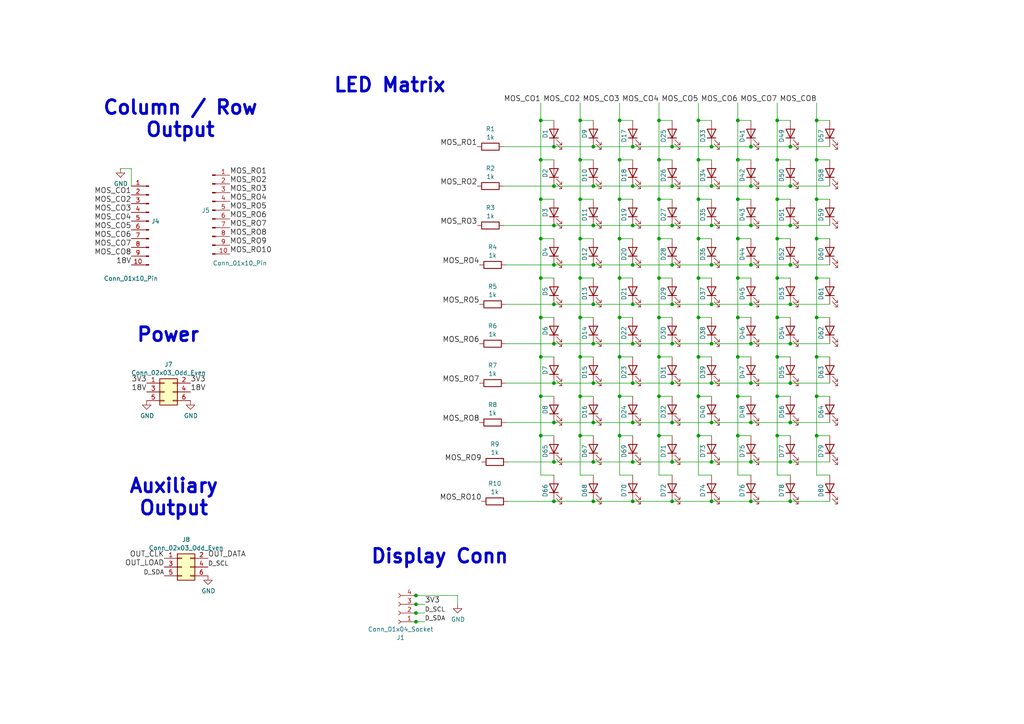
<source format=kicad_sch>
(kicad_sch (version 20231120) (generator "eeschema") (generator_version "8.0")
  (paper "A4")
  (title_block (title "Afterglow 3.0 Debug Hat") (rev "1.0") (company "bitfield labs"))
  (lib_symbols
    (symbol "Connector:Conn_01x04_Socket" (pin_names (offset 1.016) hide)
      (property "Reference" "J" (at 0 5.08 0))
      (property "Value" "Conn_01x04_Socket" (at 0 -7.62 0))
      (symbol "Conn_01x04_Socket_1_1"
        (pin passive line (at -5.08 2.54 0) (length 3.81) (name "Pin_1") (number "1"))
        (pin passive line (at -5.08 0 0) (length 3.81) (name "Pin_2") (number "2"))
        (pin passive line (at -5.08 -2.54 0) (length 3.81) (name "Pin_3") (number "3"))
        (pin passive line (at -5.08 -5.08 0) (length 3.81) (name "Pin_4") (number "4"))
      )
    )
    (symbol "Connector:Conn_01x10_Pin" (pin_names (offset 1.016) hide)
      (property "Reference" "J" (at 0 12.7 0))
      (property "Value" "Conn_01x10_Pin" (at 0 -15.24 0))
      (symbol "Conn_01x10_Pin_1_1"
        (pin passive line (at 5.08 10.16 180) (length 3.81) (name "Pin_1") (number "1"))
        (pin passive line (at 5.08 -12.7 180) (length 3.81) (name "Pin_10") (number "10"))
        (pin passive line (at 5.08 7.62 180) (length 3.81) (name "Pin_2") (number "2"))
        (pin passive line (at 5.08 5.08 180) (length 3.81) (name "Pin_3") (number "3"))
        (pin passive line (at 5.08 2.54 180) (length 3.81) (name "Pin_4") (number "4"))
        (pin passive line (at 5.08 0 180) (length 3.81) (name "Pin_5") (number "5"))
        (pin passive line (at 5.08 -2.54 180) (length 3.81) (name "Pin_6") (number "6"))
        (pin passive line (at 5.08 -5.08 180) (length 3.81) (name "Pin_7") (number "7"))
        (pin passive line (at 5.08 -7.62 180) (length 3.81) (name "Pin_8") (number "8"))
        (pin passive line (at 5.08 -10.16 180) (length 3.81) (name "Pin_9") (number "9"))
      )
    )
    (symbol "Connector_Generic:Conn_02x03_Odd_Even" (pin_names (offset 1.016) hide)
      (property "Reference" "J" (at 1.27 5.08 0))
      (property "Value" "Conn_02x03_Odd_Even" (at 1.27 -5.08 0))
      (symbol "Conn_02x03_Odd_Even_1_1"
        (pin passive line (at -5.08 2.54 0) (length 3.81) (name "Pin_1") (number "1"))
        (pin passive line (at 7.62 2.54 180) (length 3.81) (name "Pin_2") (number "2"))
        (pin passive line (at -5.08 0 0) (length 3.81) (name "Pin_3") (number "3"))
        (pin passive line (at 7.62 0 180) (length 3.81) (name "Pin_4") (number "4"))
        (pin passive line (at -5.08 -2.54 0) (length 3.81) (name "Pin_5") (number "5"))
        (pin passive line (at 7.62 -2.54 180) (length 3.81) (name "Pin_6") (number "6"))
      )
    )
    (symbol "Device:LED" (pin_numbers hide) (pin_names (offset 1.016) hide)
      (property "Reference" "D" (at 0 2.54 0))
      (property "Value" "LED" (at 0 -2.54 0))
      (symbol "LED_1_1"
        (pin passive line (at -3.81 0 0) (length 2.54) (name "K") (number "1"))
        (pin passive line (at 3.81 0 180) (length 2.54) (name "A") (number "2"))
      )
    )
    (symbol "Device:R" (pin_numbers hide) (pin_names (offset 0))
      (property "Reference" "R" (at 2.032 0 90))
      (property "Value" "R" (at 0 0 90))
      (symbol "R_1_1"
        (pin passive line (at 0 3.81 270) (length 1.27) (name "~") (number "1"))
        (pin passive line (at 0 -3.81 90) (length 1.27) (name "~") (number "2"))
      )
    )
    (symbol "power:GND" (power) (pin_names (offset 0))
      (property "Value" "GND" (at 0 -3.81 0))
      (symbol "GND_1_1"
        (pin power_in line (at 0 0 270) (length 0) hide (name "GND") (number "1"))
      )
    )
  )
  (junction (at 168.275 80.645))
  (junction (at 206.375 99.695))
  (junction (at 160.655 133.985))
  (junction (at 206.375 111.125))
  (junction (at 191.135 114.935))
  (junction (at 229.235 65.405))
  (junction (at 120.65 172.72))
  (junction (at 156.845 80.645))
  (junction (at 229.235 111.125))
  (junction (at 191.135 46.355))
  (junction (at 229.235 122.555))
  (junction (at 160.655 65.405))
  (junction (at 202.565 114.935))
  (junction (at 225.425 126.365))
  (junction (at 168.275 92.075))
  (junction (at 172.085 122.555))
  (junction (at 172.085 88.265))
  (junction (at 179.705 114.935))
  (junction (at 225.425 34.925))
  (junction (at 172.085 42.545))
  (junction (at 172.085 53.975))
  (junction (at 213.995 46.355))
  (junction (at 191.135 92.075))
  (junction (at 183.515 76.835))
  (junction (at 202.565 34.925))
  (junction (at 120.65 175.26))
  (junction (at 172.085 133.985))
  (junction (at 213.995 103.505))
  (junction (at 206.375 122.555))
  (junction (at 168.275 114.935))
  (junction (at 191.135 57.785))
  (junction (at 179.705 69.215))
  (junction (at 160.655 122.555))
  (junction (at 172.085 111.125))
  (junction (at 172.085 145.415))
  (junction (at 160.655 99.695))
  (junction (at 213.995 57.785))
  (junction (at 183.515 122.555))
  (junction (at 160.655 88.265))
  (junction (at 202.565 103.505))
  (junction (at 156.845 103.505))
  (junction (at 168.275 103.505))
  (junction (at 217.805 53.975))
  (junction (at 183.515 42.545))
  (junction (at 236.855 114.935))
  (junction (at 191.135 69.215))
  (junction (at 194.945 76.835))
  (junction (at 217.805 122.555))
  (junction (at 156.845 57.785))
  (junction (at 236.855 69.215))
  (junction (at 213.995 126.365))
  (junction (at 120.65 177.8))
  (junction (at 225.425 80.645))
  (junction (at 160.655 76.835))
  (junction (at 236.855 57.785))
  (junction (at 236.855 46.355))
  (junction (at 160.655 42.545))
  (junction (at 183.515 65.405))
  (junction (at 194.945 88.265))
  (junction (at 225.425 46.355))
  (junction (at 160.655 145.415))
  (junction (at 194.945 99.695))
  (junction (at 194.945 122.555))
  (junction (at 202.565 80.645))
  (junction (at 168.275 34.925))
  (junction (at 179.705 34.925))
  (junction (at 217.805 88.265))
  (junction (at 229.235 76.835))
  (junction (at 183.515 145.415))
  (junction (at 225.425 114.935))
  (junction (at 225.425 69.215))
  (junction (at 191.135 34.925))
  (junction (at 202.565 126.365))
  (junction (at 194.945 145.415))
  (junction (at 225.425 57.785))
  (junction (at 168.275 69.215))
  (junction (at 179.705 57.785))
  (junction (at 160.655 111.125))
  (junction (at 229.235 133.985))
  (junction (at 191.135 103.505))
  (junction (at 156.845 92.075))
  (junction (at 236.855 34.925))
  (junction (at 213.995 69.215))
  (junction (at 202.565 57.785))
  (junction (at 206.375 145.415))
  (junction (at 179.705 126.365))
  (junction (at 217.805 145.415))
  (junction (at 236.855 80.645))
  (junction (at 225.425 103.505))
  (junction (at 183.515 99.695))
  (junction (at 206.375 42.545))
  (junction (at 194.945 111.125))
  (junction (at 191.135 80.645))
  (junction (at 213.995 80.645))
  (junction (at 202.565 92.075))
  (junction (at 217.805 76.835))
  (junction (at 206.375 53.975))
  (junction (at 229.235 53.975))
  (junction (at 217.805 133.985))
  (junction (at 206.375 76.835))
  (junction (at 213.995 34.925))
  (junction (at 229.235 42.545))
  (junction (at 206.375 133.985))
  (junction (at 194.945 53.975))
  (junction (at 217.805 111.125))
  (junction (at 179.705 46.355))
  (junction (at 217.805 65.405))
  (junction (at 179.705 80.645))
  (junction (at 194.945 42.545))
  (junction (at 183.515 53.975))
  (junction (at 172.085 99.695))
  (junction (at 156.845 34.925))
  (junction (at 202.565 69.215))
  (junction (at 156.845 69.215))
  (junction (at 168.275 46.355))
  (junction (at 225.425 92.075))
  (junction (at 202.565 46.355))
  (junction (at 206.375 88.265))
  (junction (at 217.805 42.545))
  (junction (at 183.515 88.265))
  (junction (at 120.65 180.34))
  (junction (at 156.845 114.935))
  (junction (at 191.135 126.365))
  (junction (at 168.275 57.785))
  (junction (at 236.855 103.505))
  (junction (at 172.085 76.835))
  (junction (at 213.995 92.075))
  (junction (at 156.845 46.355))
  (junction (at 183.515 111.125))
  (junction (at 213.995 114.935))
  (junction (at 217.805 99.695))
  (junction (at 229.235 88.265))
  (junction (at 229.235 145.415))
  (junction (at 194.945 133.985))
  (junction (at 236.855 126.365))
  (junction (at 206.375 65.405))
  (junction (at 156.845 126.365))
  (junction (at 179.705 103.505))
  (junction (at 168.275 126.365))
  (junction (at 194.945 65.405))
  (junction (at 160.655 53.975))
  (junction (at 172.085 65.405))
  (junction (at 179.705 92.075))
  (junction (at 229.235 99.695))
  (junction (at 183.515 133.985))
  (junction (at 236.855 92.075))
  (wire (pts (xy 120.015 175.26) (xy 120.65 175.26)))
  (wire (pts (xy 179.705 57.785) (xy 179.705 69.215)))
  (wire (pts (xy 213.995 92.075) (xy 217.805 92.075)))
  (wire (pts (xy 217.805 46.355) (xy 213.995 46.355)))
  (wire (pts (xy 236.855 92.075) (xy 240.665 92.075)))
  (wire (pts (xy 206.375 88.265) (xy 194.945 88.265)))
  (wire (pts (xy 206.375 76.835) (xy 194.945 76.835)))
  (wire (pts (xy 179.705 114.935) (xy 179.705 126.365)))
  (wire (pts (xy 202.565 114.935) (xy 202.565 126.365)))
  (wire (pts (xy 191.135 46.355) (xy 191.135 57.785)))
  (wire (pts (xy 240.665 65.405) (xy 229.235 65.405)))
  (wire (pts (xy 146.05 42.545) (xy 160.655 42.545)))
  (wire (pts (xy 172.085 122.555) (xy 160.655 122.555)))
  (wire (pts (xy 179.705 80.645) (xy 179.705 92.075)))
  (wire (pts (xy 194.945 92.075) (xy 191.135 92.075)))
  (wire (pts (xy 120.015 177.8) (xy 120.65 177.8)))
  (wire (pts (xy 240.665 145.415) (xy 229.235 145.415)))
  (wire (pts (xy 179.705 29.845) (xy 179.705 34.925)))
  (wire (pts (xy 194.945 122.555) (xy 183.515 122.555)))
  (wire (pts (xy 225.425 57.785) (xy 225.425 69.215)))
  (wire (pts (xy 229.235 145.415) (xy 217.805 145.415)))
  (wire (pts (xy 217.805 80.645) (xy 213.995 80.645)))
  (wire (pts (xy 240.665 133.985) (xy 229.235 133.985)))
  (wire (pts (xy 202.565 92.075) (xy 202.565 103.505)))
  (wire (pts (xy 183.515 80.645) (xy 179.705 80.645)))
  (wire (pts (xy 229.235 80.645) (xy 225.425 80.645)))
  (wire (pts (xy 183.515 99.695) (xy 172.085 99.695)))
  (wire (pts (xy 213.995 114.935) (xy 213.995 126.365)))
  (wire (pts (xy 206.375 126.365) (xy 202.565 126.365)))
  (wire (pts (xy 172.085 99.695) (xy 160.655 99.695)))
  (wire (pts (xy 240.665 111.125) (xy 229.235 111.125)))
  (wire (pts (xy 191.135 80.645) (xy 194.945 80.645)))
  (wire (pts (xy 217.805 99.695) (xy 206.375 99.695)))
  (wire (pts (xy 38.1 48.895) (xy 34.925 48.895)))
  (wire (pts (xy 225.425 92.075) (xy 225.425 103.505)))
  (wire (pts (xy 156.845 114.935) (xy 160.655 114.935)))
  (wire (pts (xy 146.685 88.265) (xy 160.655 88.265)))
  (wire (pts (xy 179.705 103.505) (xy 183.515 103.505)))
  (wire (pts (xy 225.425 114.935) (xy 229.235 114.935)))
  (wire (pts (xy 236.855 126.365) (xy 236.855 137.795)))
  (wire (pts (xy 191.135 29.845) (xy 191.135 34.925)))
  (wire (pts (xy 168.275 126.365) (xy 168.275 137.795)))
  (wire (pts (xy 38.1 53.975) (xy 38.1 48.895)))
  (wire (pts (xy 172.085 34.925) (xy 168.275 34.925)))
  (wire (pts (xy 229.235 133.985) (xy 217.805 133.985)))
  (wire (pts (xy 229.235 126.365) (xy 225.425 126.365)))
  (wire (pts (xy 194.945 53.975) (xy 183.515 53.975)))
  (wire (pts (xy 225.425 137.795) (xy 229.235 137.795)))
  (wire (pts (xy 202.565 137.795) (xy 206.375 137.795)))
  (wire (pts (xy 156.845 57.785) (xy 156.845 69.215)))
  (wire (pts (xy 168.275 92.075) (xy 172.085 92.075)))
  (wire (pts (xy 213.995 34.925) (xy 217.805 34.925)))
  (wire (pts (xy 147.32 145.415) (xy 160.655 145.415)))
  (wire (pts (xy 179.705 126.365) (xy 183.515 126.365)))
  (wire (pts (xy 172.085 42.545) (xy 160.655 42.545)))
  (wire (pts (xy 168.275 69.215) (xy 172.085 69.215)))
  (wire (pts (xy 191.135 114.935) (xy 194.945 114.935)))
  (wire (pts (xy 179.705 92.075) (xy 183.515 92.075)))
  (wire (pts (xy 206.375 133.985) (xy 194.945 133.985)))
  (wire (pts (xy 191.135 46.355) (xy 194.945 46.355)))
  (wire (pts (xy 172.085 76.835) (xy 160.655 76.835)))
  (wire (pts (xy 206.375 53.975) (xy 194.945 53.975)))
  (wire (pts (xy 236.855 92.075) (xy 236.855 103.505)))
  (wire (pts (xy 236.855 29.845) (xy 236.855 34.925)))
  (wire (pts (xy 179.705 34.925) (xy 179.705 46.355)))
  (wire (pts (xy 183.515 53.975) (xy 172.085 53.975)))
  (wire (pts (xy 168.275 34.925) (xy 168.275 46.355)))
  (wire (pts (xy 191.135 126.365) (xy 191.135 137.795)))
  (wire (pts (xy 213.995 46.355) (xy 213.995 57.785)))
  (wire (pts (xy 179.705 92.075) (xy 179.705 103.505)))
  (wire (pts (xy 202.565 103.505) (xy 202.565 114.935)))
  (wire (pts (xy 202.565 92.075) (xy 206.375 92.075)))
  (wire (pts (xy 240.665 76.835) (xy 229.235 76.835)))
  (wire (pts (xy 213.995 114.935) (xy 217.805 114.935)))
  (wire (pts (xy 172.085 103.505) (xy 168.275 103.505)))
  (wire (pts (xy 183.515 111.125) (xy 172.085 111.125)))
  (wire (pts (xy 202.565 69.215) (xy 206.375 69.215)))
  (wire (pts (xy 191.135 80.645) (xy 191.135 92.075)))
  (wire (pts (xy 225.425 46.355) (xy 229.235 46.355)))
  (wire (pts (xy 202.565 57.785) (xy 202.565 69.215)))
  (wire (pts (xy 156.845 126.365) (xy 156.845 137.795)))
  (wire (pts (xy 202.565 126.365) (xy 202.565 137.795)))
  (wire (pts (xy 206.375 57.785) (xy 202.565 57.785)))
  (wire (pts (xy 146.05 53.975) (xy 160.655 53.975)))
  (wire (pts (xy 168.275 137.795) (xy 172.085 137.795)))
  (wire (pts (xy 183.515 42.545) (xy 172.085 42.545)))
  (wire (pts (xy 194.945 88.265) (xy 183.515 88.265)))
  (wire (pts (xy 120.015 172.72) (xy 120.65 172.72)))
  (wire (pts (xy 194.945 57.785) (xy 191.135 57.785)))
  (wire (pts (xy 183.515 145.415) (xy 172.085 145.415)))
  (wire (pts (xy 240.665 126.365) (xy 236.855 126.365)))
  (wire (pts (xy 194.945 133.985) (xy 183.515 133.985)))
  (wire (pts (xy 172.085 126.365) (xy 168.275 126.365)))
  (wire (pts (xy 217.805 88.265) (xy 206.375 88.265)))
  (wire (pts (xy 217.805 53.975) (xy 206.375 53.975)))
  (wire (pts (xy 156.845 114.935) (xy 156.845 126.365)))
  (wire (pts (xy 172.085 57.785) (xy 168.275 57.785)))
  (wire (pts (xy 147.32 133.985) (xy 160.655 133.985)))
  (wire (pts (xy 236.855 46.355) (xy 240.665 46.355)))
  (wire (pts (xy 191.135 69.215) (xy 191.135 80.645)))
  (wire (pts (xy 206.375 34.925) (xy 202.565 34.925)))
  (wire (pts (xy 160.655 126.365) (xy 156.845 126.365)))
  (wire (pts (xy 183.515 122.555) (xy 172.085 122.555)))
  (wire (pts (xy 229.235 57.785) (xy 225.425 57.785)))
  (wire (pts (xy 191.135 137.795) (xy 194.945 137.795)))
  (wire (pts (xy 120.65 180.34) (xy 123.19 180.34)))
  (wire (pts (xy 168.275 92.075) (xy 168.275 103.505)))
  (wire (pts (xy 202.565 34.925) (xy 202.565 46.355)))
  (wire (pts (xy 146.685 122.555) (xy 160.655 122.555)))
  (wire (pts (xy 217.805 76.835) (xy 206.375 76.835)))
  (wire (pts (xy 191.135 92.075) (xy 191.135 103.505)))
  (wire (pts (xy 146.685 76.835) (xy 160.655 76.835)))
  (wire (pts (xy 120.65 177.8) (xy 123.19 177.8)))
  (wire (pts (xy 217.805 133.985) (xy 206.375 133.985)))
  (wire (pts (xy 183.515 57.785) (xy 179.705 57.785)))
  (wire (pts (xy 172.085 80.645) (xy 168.275 80.645)))
  (wire (pts (xy 240.665 88.265) (xy 229.235 88.265)))
  (wire (pts (xy 156.845 137.795) (xy 160.655 137.795)))
  (wire (pts (xy 194.945 99.695) (xy 183.515 99.695)))
  (wire (pts (xy 172.085 88.265) (xy 160.655 88.265)))
  (wire (pts (xy 132.715 172.72) (xy 132.715 175.26)))
  (wire (pts (xy 236.855 80.645) (xy 236.855 92.075)))
  (wire (pts (xy 168.275 46.355) (xy 168.275 57.785)))
  (wire (pts (xy 236.855 103.505) (xy 236.855 114.935)))
  (wire (pts (xy 191.135 57.785) (xy 191.135 69.215)))
  (wire (pts (xy 160.655 57.785) (xy 156.845 57.785)))
  (wire (pts (xy 202.565 29.845) (xy 202.565 34.925)))
  (wire (pts (xy 225.425 34.925) (xy 229.235 34.925)))
  (wire (pts (xy 179.705 114.935) (xy 183.515 114.935)))
  (wire (pts (xy 225.425 80.645) (xy 225.425 92.075)))
  (wire (pts (xy 156.845 92.075) (xy 156.845 103.505)))
  (wire (pts (xy 225.425 69.215) (xy 229.235 69.215)))
  (wire (pts (xy 168.275 57.785) (xy 168.275 69.215)))
  (wire (pts (xy 206.375 99.695) (xy 194.945 99.695)))
  (wire (pts (xy 168.275 29.845) (xy 168.275 34.925)))
  (wire (pts (xy 179.705 103.505) (xy 179.705 114.935)))
  (wire (pts (xy 213.995 126.365) (xy 213.995 137.795)))
  (wire (pts (xy 217.805 126.365) (xy 213.995 126.365)))
  (wire (pts (xy 229.235 103.505) (xy 225.425 103.505)))
  (wire (pts (xy 206.375 122.555) (xy 194.945 122.555)))
  (wire (pts (xy 217.805 57.785) (xy 213.995 57.785)))
  (wire (pts (xy 240.665 103.505) (xy 236.855 103.505)))
  (wire (pts (xy 206.375 103.505) (xy 202.565 103.505)))
  (wire (pts (xy 194.945 145.415) (xy 183.515 145.415)))
  (wire (pts (xy 225.425 29.845) (xy 225.425 34.925)))
  (wire (pts (xy 191.135 103.505) (xy 191.135 114.935)))
  (wire (pts (xy 179.705 126.365) (xy 179.705 137.795)))
  (wire (pts (xy 156.845 46.355) (xy 160.655 46.355)))
  (wire (pts (xy 240.665 53.975) (xy 229.235 53.975)))
  (wire (pts (xy 156.845 29.845) (xy 156.845 34.925)))
  (wire (pts (xy 240.665 122.555) (xy 229.235 122.555)))
  (wire (pts (xy 156.845 46.355) (xy 156.845 57.785)))
  (wire (pts (xy 168.275 46.355) (xy 172.085 46.355)))
  (wire (pts (xy 194.945 69.215) (xy 191.135 69.215)))
  (wire (pts (xy 183.515 88.265) (xy 172.085 88.265)))
  (wire (pts (xy 213.995 92.075) (xy 213.995 103.505)))
  (wire (pts (xy 236.855 137.795) (xy 240.665 137.795)))
  (wire (pts (xy 194.945 65.405) (xy 183.515 65.405)))
  (wire (pts (xy 240.665 57.785) (xy 236.855 57.785)))
  (wire (pts (xy 194.945 76.835) (xy 183.515 76.835)))
  (wire (pts (xy 172.085 111.125) (xy 160.655 111.125)))
  (wire (pts (xy 229.235 111.125) (xy 217.805 111.125)))
  (wire (pts (xy 179.705 137.795) (xy 183.515 137.795)))
  (wire (pts (xy 156.845 69.215) (xy 156.845 80.645)))
  (wire (pts (xy 236.855 46.355) (xy 236.855 57.785)))
  (wire (pts (xy 120.65 172.72) (xy 132.715 172.72)))
  (wire (pts (xy 217.805 65.405) (xy 206.375 65.405)))
  (wire (pts (xy 225.425 34.925) (xy 225.425 46.355)))
  (wire (pts (xy 225.425 103.505) (xy 225.425 114.935)))
  (wire (pts (xy 172.085 133.985) (xy 160.655 133.985)))
  (wire (pts (xy 179.705 69.215) (xy 183.515 69.215)))
  (wire (pts (xy 120.65 175.26) (xy 123.19 175.26)))
  (wire (pts (xy 168.275 69.215) (xy 168.275 80.645)))
  (wire (pts (xy 156.845 34.925) (xy 160.655 34.925)))
  (wire (pts (xy 172.085 65.405) (xy 160.655 65.405)))
  (wire (pts (xy 146.685 99.695) (xy 160.655 99.695)))
  (wire (pts (xy 217.805 42.545) (xy 206.375 42.545)))
  (wire (pts (xy 225.425 114.935) (xy 225.425 126.365)))
  (wire (pts (xy 156.845 80.645) (xy 156.845 92.075)))
  (wire (pts (xy 156.845 34.925) (xy 156.845 46.355)))
  (wire (pts (xy 229.235 65.405) (xy 217.805 65.405)))
  (wire (pts (xy 120.015 180.34) (xy 120.65 180.34)))
  (wire (pts (xy 206.375 42.545) (xy 194.945 42.545)))
  (wire (pts (xy 179.705 69.215) (xy 179.705 80.645)))
  (wire (pts (xy 229.235 88.265) (xy 217.805 88.265)))
  (wire (pts (xy 229.235 99.695) (xy 217.805 99.695)))
  (wire (pts (xy 172.085 53.975) (xy 160.655 53.975)))
  (wire (pts (xy 194.945 42.545) (xy 183.515 42.545)))
  (wire (pts (xy 240.665 80.645) (xy 236.855 80.645)))
  (wire (pts (xy 240.665 99.695) (xy 229.235 99.695)))
  (wire (pts (xy 194.945 103.505) (xy 191.135 103.505)))
  (wire (pts (xy 213.995 69.215) (xy 217.805 69.215)))
  (wire (pts (xy 229.235 42.545) (xy 217.805 42.545)))
  (wire (pts (xy 225.425 126.365) (xy 225.425 137.795)))
  (wire (pts (xy 146.685 111.125) (xy 160.655 111.125)))
  (wire (pts (xy 236.855 114.935) (xy 236.855 126.365)))
  (wire (pts (xy 206.375 111.125) (xy 194.945 111.125)))
  (wire (pts (xy 168.275 114.935) (xy 168.275 126.365)))
  (wire (pts (xy 168.275 114.935) (xy 172.085 114.935)))
  (wire (pts (xy 213.995 29.845) (xy 213.995 34.925)))
  (wire (pts (xy 183.515 34.925) (xy 179.705 34.925)))
  (wire (pts (xy 206.375 145.415) (xy 194.945 145.415)))
  (wire (pts (xy 213.995 80.645) (xy 213.995 92.075)))
  (wire (pts (xy 168.275 103.505) (xy 168.275 114.935)))
  (wire (pts (xy 194.945 126.365) (xy 191.135 126.365)))
  (wire (pts (xy 240.665 34.925) (xy 236.855 34.925)))
  (wire (pts (xy 202.565 69.215) (xy 202.565 80.645)))
  (wire (pts (xy 146.05 65.405) (xy 160.655 65.405)))
  (wire (pts (xy 213.995 69.215) (xy 213.995 80.645)))
  (wire (pts (xy 217.805 111.125) (xy 206.375 111.125)))
  (wire (pts (xy 213.995 57.785) (xy 213.995 69.215)))
  (wire (pts (xy 236.855 57.785) (xy 236.855 69.215)))
  (wire (pts (xy 217.805 103.505) (xy 213.995 103.505)))
  (wire (pts (xy 206.375 65.405) (xy 194.945 65.405)))
  (wire (pts (xy 183.515 133.985) (xy 172.085 133.985)))
  (wire (pts (xy 183.515 65.405) (xy 172.085 65.405)))
  (wire (pts (xy 191.135 114.935) (xy 191.135 126.365)))
  (wire (pts (xy 225.425 69.215) (xy 225.425 80.645)))
  (wire (pts (xy 168.275 80.645) (xy 168.275 92.075)))
  (wire (pts (xy 202.565 46.355) (xy 206.375 46.355)))
  (wire (pts (xy 202.565 46.355) (xy 202.565 57.785)))
  (wire (pts (xy 213.995 137.795) (xy 217.805 137.795)))
  (wire (pts (xy 179.705 46.355) (xy 179.705 57.785)))
  (wire (pts (xy 225.425 92.075) (xy 229.235 92.075)))
  (wire (pts (xy 229.235 122.555) (xy 217.805 122.555)))
  (wire (pts (xy 240.665 42.545) (xy 229.235 42.545)))
  (wire (pts (xy 236.855 69.215) (xy 240.665 69.215)))
  (wire (pts (xy 229.235 53.975) (xy 217.805 53.975)))
  (wire (pts (xy 202.565 114.935) (xy 206.375 114.935)))
  (wire (pts (xy 156.845 92.075) (xy 160.655 92.075)))
  (wire (pts (xy 217.805 122.555) (xy 206.375 122.555)))
  (wire (pts (xy 191.135 34.925) (xy 194.945 34.925)))
  (wire (pts (xy 160.655 80.645) (xy 156.845 80.645)))
  (wire (pts (xy 236.855 69.215) (xy 236.855 80.645)))
  (wire (pts (xy 236.855 114.935) (xy 240.665 114.935)))
  (wire (pts (xy 225.425 46.355) (xy 225.425 57.785)))
  (wire (pts (xy 194.945 111.125) (xy 183.515 111.125)))
  (wire (pts (xy 179.705 46.355) (xy 183.515 46.355)))
  (wire (pts (xy 191.135 34.925) (xy 191.135 46.355)))
  (wire (pts (xy 206.375 80.645) (xy 202.565 80.645)))
  (wire (pts (xy 156.845 69.215) (xy 160.655 69.215)))
  (wire (pts (xy 160.655 103.505) (xy 156.845 103.505)))
  (wire (pts (xy 229.235 76.835) (xy 217.805 76.835)))
  (wire (pts (xy 213.995 34.925) (xy 213.995 46.355)))
  (wire (pts (xy 172.085 145.415) (xy 160.655 145.415)))
  (wire (pts (xy 236.855 34.925) (xy 236.855 46.355)))
  (wire (pts (xy 156.845 103.505) (xy 156.845 114.935)))
  (wire (pts (xy 213.995 103.505) (xy 213.995 114.935)))
  (wire (pts (xy 183.515 76.835) (xy 172.085 76.835)))
  (wire (pts (xy 217.805 145.415) (xy 206.375 145.415)))
  (wire (pts (xy 202.565 80.645) (xy 202.565 92.075)))
  (text "Auxiliary\nOutput" (at 50.419 149.86 0) (effects (font (size 4 4) (thickness 0.8) (bold yes)) (justify bottom)))
  (text "Column / Row\nOutput" (at 52.324 40.132 0) (effects (font (size 4 4) (thickness 0.8) (bold yes)) (justify bottom)))
  (text "Power" (at 48.768 99.568 0) (effects (font (size 4 4) (thickness 0.8) (bold yes)) (justify bottom)))
  (text "Display Conn" (at 107.315 163.83 0) (effects (font (size 4 4) (thickness 0.8) (bold yes)) (justify left bottom)))
  (text "LED Matrix" (at 96.52 27.178 0) (effects (font (size 4 4) (thickness 0.8) (bold yes)) (justify left bottom)))
  (label "MOS_RO1" (at 138.43 42.545 180) (effects (font (size 1.524 1.524))))
  (label "MOS_CO4" (at 38.1 64.135 180) (effects (font (size 1.524 1.524))))
  (label "MOS_CO1" (at 156.845 29.845 180) (effects (font (size 1.524 1.524))))
  (label "MOS_RO2" (at 66.675 53.34 0) (effects (font (size 1.524 1.524))))
  (label "MOS_RO9" (at 139.7 133.985 180) (effects (font (size 1.524 1.524))))
  (label "MOS_CO3" (at 179.705 29.845 180) (effects (font (size 1.524 1.524))))
  (label "MOS_RO7" (at 66.675 66.04 0) (effects (font (size 1.524 1.524))))
  (label "OUT_CLK" (at 47.625 161.925 180) (effects (font (size 1.524 1.524))))
  (label "MOS_CO8" (at 38.1 74.295 180) (effects (font (size 1.524 1.524))))
  (label "OUT_DATA" (at 60.325 161.925 0) (effects (font (size 1.524 1.524))))
  (label "MOS_CO5" (at 38.1 66.675 180) (effects (font (size 1.524 1.524))))
  (label "MOS_RO10" (at 66.675 73.66 0) (effects (font (size 1.524 1.524))))
  (label "MOS_RO5" (at 139.065 88.265 180) (effects (font (size 1.524 1.524))))
  (label "MOS_CO7" (at 38.1 71.755 180) (effects (font (size 1.524 1.524))))
  (label "MOS_CO4" (at 191.135 29.845 180) (effects (font (size 1.524 1.524))))
  (label "MOS_CO8" (at 236.855 29.845 180) (effects (font (size 1.524 1.524))))
  (label "MOS_RO6" (at 139.065 99.695 180) (effects (font (size 1.524 1.524))))
  (label "MOS_RO6" (at 66.675 63.5 0) (effects (font (size 1.524 1.524))))
  (label "MOS_RO3" (at 66.675 55.88 0) (effects (font (size 1.524 1.524))))
  (label "MOS_RO4" (at 66.675 58.42 0) (effects (font (size 1.524 1.524))))
  (label "MOS_RO8" (at 139.065 122.555 180) (effects (font (size 1.524 1.524))))
  (label "D_SCL" (at 123.19 177.8 0))
  (label "MOS_CO2" (at 38.1 59.055 180) (effects (font (size 1.524 1.524))))
  (label "D_SCL" (at 60.325 164.465 0))
  (label "MOS_CO1" (at 38.1 56.515 180) (effects (font (size 1.524 1.524))))
  (label "MOS_RO4" (at 139.065 76.835 180) (effects (font (size 1.524 1.524))))
  (label "MOS_CO2" (at 168.275 29.845 180) (effects (font (size 1.524 1.524))))
  (label "D_SDA" (at 47.625 167.005 180))
  (label "MOS_RO2" (at 138.43 53.975 180) (effects (font (size 1.524 1.524))))
  (label "D_SDA" (at 123.19 180.34 0))
  (label "MOS_RO3" (at 138.43 65.405 180) (effects (font (size 1.524 1.524))))
  (label "MOS_RO5" (at 66.675 60.96 0) (effects (font (size 1.524 1.524))))
  (label "OUT_LOAD" (at 47.625 164.465 180) (effects (font (size 1.524 1.524))))
  (label "MOS_CO7" (at 225.425 29.845 180) (effects (font (size 1.524 1.524))))
  (label "18V" (at 42.545 113.665 180) (effects (font (size 1.524 1.524))))
  (label "3V3" (at 123.19 175.26 0) (effects (font (size 1.524 1.524))))
  (label "MOS_RO1" (at 66.675 50.8 0) (effects (font (size 1.524 1.524))))
  (label "MOS_RO7" (at 139.065 111.125 180) (effects (font (size 1.524 1.524))))
  (label "MOS_CO3" (at 38.1 61.595 180) (effects (font (size 1.524 1.524))))
  (label "MOS_CO5" (at 202.565 29.845 180) (effects (font (size 1.524 1.524))))
  (label "MOS_RO8" (at 66.675 68.58 0) (effects (font (size 1.524 1.524))))
  (label "MOS_CO6" (at 38.1 69.215 180) (effects (font (size 1.524 1.524))))
  (label "3V3" (at 42.545 111.125 180) (effects (font (size 1.524 1.524))))
  (label "MOS_RO10" (at 139.7 145.415 180) (effects (font (size 1.524 1.524))))
  (label "MOS_RO9" (at 66.675 71.12 0) (effects (font (size 1.524 1.524))))
  (label "MOS_CO6" (at 213.995 29.845 180) (effects (font (size 1.524 1.524))))
  (label "18V" (at 55.245 113.665 0) (effects (font (size 1.524 1.524))))
  (label "18V" (at 38.1 76.835 180) (effects (font (size 1.524 1.524))))
  (label "3V3" (at 55.245 111.125 0) (effects (font (size 1.524 1.524))))
  (symbol (lib_id "Device:LED") (at 194.945 107.315 90) (unit 1)
    (property "Reference" "D31" (at 192.405 106.045 0) (effects (justify right)))
    (property "Value" "LED_B" (effects (hide yes)))
    (property "Footprint" "LED_SMD:LED_0805_2012Metric" (effects (hide yes)))
    (property "LCSC" "C434437" (effects (hide yes)))
  )
  (symbol (lib_id "Device:LED") (at 229.235 73.025 90) (unit 1)
    (property "Reference" "D52" (at 226.695 71.755 0) (effects (justify right)))
    (property "Value" "LED_B" (effects (hide yes)))
    (property "Footprint" "LED_SMD:LED_0805_2012Metric" (effects (hide yes)))
    (property "LCSC" "C434437" (effects (hide yes)))
  )
  (symbol (lib_id "Device:LED") (at 206.375 130.175 90) (unit 1)
    (property "Reference" "D73" (at 203.835 128.905 0) (effects (justify right)))
    (property "Value" "LED_W" (effects (hide yes)))
    (property "Footprint" "LED_SMD:LED_0805_2012Metric" (effects (hide yes)))
    (property "LCSC" "C434437" (effects (hide yes)))
  )
  (symbol (lib_id "Device:LED") (at 183.515 50.165 90) (unit 1)
    (property "Reference" "D18" (at 180.975 48.895 0) (effects (justify right)))
    (property "Value" "LED_Y" (effects (hide yes)))
    (property "Footprint" "LED_SMD:LED_0805_2012Metric" (effects (hide yes)))
    (property "LCSC" "C434437" (effects (hide yes)))
  )
  (symbol (lib_id "Device:LED") (at 194.945 61.595 90) (unit 1)
    (property "Reference" "D27" (at 192.405 60.325 0) (effects (justify right)))
    (property "Value" "LED_B" (effects (hide yes)))
    (property "Footprint" "LED_SMD:LED_0805_2012Metric" (effects (hide yes)))
    (property "LCSC" "C434437" (effects (hide yes)))
  )
  (symbol (lib_id "Device:LED") (at 240.665 73.025 90) (unit 1)
    (property "Reference" "D60" (at 238.125 71.755 0) (effects (justify right)))
    (property "Value" "LED_B" (effects (hide yes)))
    (property "Footprint" "LED_SMD:LED_0805_2012Metric" (effects (hide yes)))
    (property "LCSC" "C434437" (effects (hide yes)))
  )
  (symbol (lib_id "Device:LED") (at 229.235 95.885 90) (unit 1)
    (property "Reference" "D54" (at 226.695 94.615 0) (effects (justify right)))
    (property "Value" "LED_O" (effects (hide yes)))
    (property "Footprint" "LED_SMD:LED_0805_2012Metric" (effects (hide yes)))
    (property "LCSC" "C434437" (effects (hide yes)))
  )
  (symbol (lib_id "Device:LED") (at 240.665 95.885 90) (unit 1)
    (property "Reference" "D62" (at 238.125 94.615 0) (effects (justify right)))
    (property "Value" "LED_Y" (effects (hide yes)))
    (property "Footprint" "LED_SMD:LED_0805_2012Metric" (effects (hide yes)))
    (property "LCSC" "C434437" (effects (hide yes)))
  )
  (symbol (lib_id "Device:LED") (at 217.805 130.175 90) (unit 1)
    (property "Reference" "D75" (at 215.265 128.905 0) (effects (justify right)))
    (property "Value" "LED_W" (effects (hide yes)))
    (property "Footprint" "LED_SMD:LED_0805_2012Metric" (effects (hide yes)))
    (property "LCSC" "C434437" (effects (hide yes)))
  )
  (symbol (lib_id "Device:LED") (at 160.655 73.025 90) (unit 1)
    (property "Reference" "D4" (at 158.115 71.755 0) (effects (justify right)))
    (property "Value" "LED_R" (effects (hide yes)))
    (property "Footprint" "LED_SMD:LED_0805_2012Metric" (effects (hide yes)))
    (property "LCSC" "C434437" (effects (hide yes)))
  )
  (symbol (lib_id "Device:LED") (at 160.655 84.455 90) (unit 1)
    (property "Reference" "D5" (at 158.115 83.185 0) (effects (justify right)))
    (property "Value" "LED_B" (effects (hide yes)))
    (property "Footprint" "LED_SMD:LED_0805_2012Metric" (effects (hide yes)))
    (property "LCSC" "C434437" (effects (hide yes)))
  )
  (symbol (lib_id "Device:R") (at 142.24 65.405 90) (unit 1)
    (property "Reference" "R3" (at 142.24 60.2445 90))
    (property "Value" "1k" (at 142.24 62.6688 90))
    (property "Footprint" "Resistor_SMD:R_0805_2012Metric" (effects (hide yes)))
    (property "Description" "Resistor" (effects (hide yes)))
    (property "JLCPCB" "C17513" (effects (hide yes)))
  )
  (symbol (lib_id "Device:LED") (at 160.655 118.745 90) (unit 1)
    (property "Reference" "D8" (at 158.115 117.475 0) (effects (justify right)))
    (property "Value" "LED_R" (effects (hide yes)))
    (property "Footprint" "LED_SMD:LED_0805_2012Metric" (effects (hide yes)))
    (property "LCSC" "C434437" (effects (hide yes)))
  )
  (symbol (lib_id "power:GND") (at 132.715 175.26 0) (unit 1)
    (property "Reference" "#PWR01" (effects (hide yes)))
    (property "Value" "GND" (at 132.842 179.6542 0))
  )
  (symbol (lib_id "Device:LED") (at 217.805 118.745 90) (unit 1)
    (property "Reference" "D48" (at 215.265 117.475 0) (effects (justify right)))
    (property "Value" "LED_G" (effects (hide yes)))
    (property "Footprint" "LED_SMD:LED_0805_2012Metric" (effects (hide yes)))
    (property "LCSC" "C434437" (effects (hide yes)))
  )
  (symbol (lib_id "Device:LED") (at 183.515 107.315 90) (unit 1)
    (property "Reference" "D23" (at 180.975 106.045 0) (effects (justify right)))
    (property "Value" "LED_B" (effects (hide yes)))
    (property "Footprint" "LED_SMD:LED_0805_2012Metric" (effects (hide yes)))
    (property "LCSC" "C434437" (effects (hide yes)))
  )
  (symbol (lib_id "Device:LED") (at 194.945 38.735 90) (unit 1)
    (property "Reference" "D25" (at 192.405 37.465 0) (effects (justify right)))
    (property "Value" "LED_B" (effects (hide yes)))
    (property "Footprint" "LED_SMD:LED_0805_2012Metric" (effects (hide yes)))
    (property "LCSC" "C434437" (effects (hide yes)))
  )
  (symbol (lib_id "Device:LED") (at 206.375 84.455 90) (unit 1)
    (property "Reference" "D37" (at 203.835 83.185 0) (effects (justify right)))
    (property "Value" "LED_B" (effects (hide yes)))
    (property "Footprint" "LED_SMD:LED_0805_2012Metric" (effects (hide yes)))
    (property "LCSC" "C434437" (effects (hide yes)))
  )
  (symbol (lib_id "power:GND") (at 42.545 116.205 0) (unit 1)
    (property "Reference" "#PWR033" (effects (hide yes)))
    (property "Value" "GND" (at 42.672 120.5992 0))
  )
  (symbol (lib_id "Device:LED") (at 240.665 50.165 90) (unit 1)
    (property "Reference" "D58" (at 238.125 48.895 0) (effects (justify right)))
    (property "Value" "LED_Y" (effects (hide yes)))
    (property "Footprint" "LED_SMD:LED_0805_2012Metric" (effects (hide yes)))
    (property "LCSC" "C434437" (effects (hide yes)))
  )
  (symbol (lib_id "Device:LED") (at 183.515 73.025 90) (unit 1)
    (property "Reference" "D20" (at 180.975 71.755 0) (effects (justify right)))
    (property "Value" "LED_Y" (effects (hide yes)))
    (property "Footprint" "LED_SMD:LED_0805_2012Metric" (effects (hide yes)))
    (property "LCSC" "C434437" (effects (hide yes)))
  )
  (symbol (lib_id "Device:LED") (at 206.375 107.315 90) (unit 1)
    (property "Reference" "D39" (at 203.835 106.045 0) (effects (justify right)))
    (property "Value" "LED_W" (effects (hide yes)))
    (property "Footprint" "LED_SMD:LED_0805_2012Metric" (effects (hide yes)))
    (property "LCSC" "C434437" (effects (hide yes)))
  )
  (symbol (lib_id "Device:LED") (at 206.375 50.165 90) (unit 1)
    (property "Reference" "D34" (at 203.835 48.895 0) (effects (justify right)))
    (property "Value" "LED_B" (effects (hide yes)))
    (property "Footprint" "LED_SMD:LED_0805_2012Metric" (effects (hide yes)))
    (property "LCSC" "C434437" (effects (hide yes)))
  )
  (symbol (lib_id "Device:LED") (at 194.945 73.025 90) (unit 1)
    (property "Reference" "D28" (at 192.405 71.755 0) (effects (justify right)))
    (property "Value" "LED_B" (effects (hide yes)))
    (property "Footprint" "LED_SMD:LED_0805_2012Metric" (effects (hide yes)))
    (property "LCSC" "C434437" (effects (hide yes)))
  )
  (symbol (lib_id "Device:LED") (at 206.375 61.595 90) (unit 1)
    (property "Reference" "D35" (at 203.835 60.325 0) (effects (justify right)))
    (property "Value" "LED_B" (effects (hide yes)))
    (property "Footprint" "LED_SMD:LED_0805_2012Metric" (effects (hide yes)))
    (property "LCSC" "C434437" (effects (hide yes)))
  )
  (symbol (lib_id "power:GND") (at 55.245 116.205 0) (unit 1)
    (property "Reference" "#PWR035" (effects (hide yes)))
    (property "Value" "GND" (at 55.372 120.5992 0))
  )
  (symbol (lib_id "Device:LED") (at 194.945 130.175 90) (unit 1)
    (property "Reference" "D71" (at 192.405 128.905 0) (effects (justify right)))
    (property "Value" "LED_B" (effects (hide yes)))
    (property "Footprint" "LED_SMD:LED_0805_2012Metric" (effects (hide yes)))
    (property "LCSC" "C434437" (effects (hide yes)))
  )
  (symbol (lib_id "Device:LED") (at 160.655 141.605 90) (unit 1)
    (property "Reference" "D66" (at 158.115 140.335 0) (effects (justify right)))
    (property "Value" "LED_R" (effects (hide yes)))
    (property "Footprint" "LED_SMD:LED_0805_2012Metric" (effects (hide yes)))
    (property "LCSC" "C434437" (effects (hide yes)))
  )
  (symbol (lib_id "Device:LED") (at 172.085 95.885 90) (unit 1)
    (property "Reference" "D14" (at 169.545 94.615 0) (effects (justify right)))
    (property "Value" "LED_W" (effects (hide yes)))
    (property "Footprint" "LED_SMD:LED_0805_2012Metric" (effects (hide yes)))
    (property "LCSC" "C434437" (effects (hide yes)))
  )
  (symbol (lib_id "Device:LED") (at 183.515 95.885 90) (unit 1)
    (property "Reference" "D22" (at 180.975 94.615 0) (effects (justify right)))
    (property "Value" "LED_B" (effects (hide yes)))
    (property "Footprint" "LED_SMD:LED_0805_2012Metric" (effects (hide yes)))
    (property "LCSC" "C434437" (effects (hide yes)))
  )
  (symbol (lib_id "Device:LED") (at 194.945 95.885 90) (unit 1)
    (property "Reference" "D30" (at 192.405 94.615 0) (effects (justify right)))
    (property "Value" "LED_B" (effects (hide yes)))
    (property "Footprint" "LED_SMD:LED_0805_2012Metric" (effects (hide yes)))
    (property "LCSC" "C434437" (effects (hide yes)))
  )
  (symbol (lib_id "Device:LED") (at 172.085 107.315 90) (unit 1)
    (property "Reference" "D15" (at 169.545 106.045 0) (effects (justify right)))
    (property "Value" "LED_B" (effects (hide yes)))
    (property "Footprint" "LED_SMD:LED_0805_2012Metric" (effects (hide yes)))
    (property "LCSC" "C434437" (effects (hide yes)))
  )
  (symbol (lib_id "Connector:Conn_01x10_Pin") (at 43.18 64.135 0) (mirror y) (unit 1)
    (property "Reference" "J4" (at 43.8912 64.1929 0) (effects (justify right)))
    (property "Value" "Conn_01x10_Pin" (at 30.099 80.772 0) (effects (justify right)))
    (property "Footprint" "Connector_PinHeader_2.54mm:PinHeader_1x10_P2.54mm_Vertical" (effects (hide yes)))
  )
  (symbol (lib_id "power:GND") (at 34.925 48.895 0) (unit 1)
    (property "Reference" "#PWR028" (effects (hide yes)))
    (property "Value" "GND" (at 35.052 53.2892 0))
  )
  (symbol (lib_id "Device:LED") (at 240.665 141.605 90) (unit 1)
    (property "Reference" "D80" (at 238.125 140.335 0) (effects (justify right)))
    (property "Value" "LED_R" (effects (hide yes)))
    (property "Footprint" "LED_SMD:LED_0805_2012Metric" (effects (hide yes)))
    (property "LCSC" "C434437" (effects (hide yes)))
  )
  (symbol (lib_id "Device:LED") (at 217.805 73.025 90) (unit 1)
    (property "Reference" "D44" (at 215.265 71.755 0) (effects (justify right)))
    (property "Value" "LED_W" (effects (hide yes)))
    (property "Footprint" "LED_SMD:LED_0805_2012Metric" (effects (hide yes)))
    (property "LCSC" "C434437" (effects (hide yes)))
  )
  (symbol (lib_id "Device:LED") (at 194.945 84.455 90) (unit 1)
    (property "Reference" "D29" (at 192.405 83.185 0) (effects (justify right)))
    (property "Value" "LED_B" (effects (hide yes)))
    (property "Footprint" "LED_SMD:LED_0805_2012Metric" (effects (hide yes)))
    (property "LCSC" "C434437" (effects (hide yes)))
  )
  (symbol (lib_id "Device:LED") (at 172.085 84.455 90) (unit 1)
    (property "Reference" "D13" (at 169.545 83.185 0) (effects (justify right)))
    (property "Value" "LED_W" (effects (hide yes)))
    (property "Footprint" "LED_SMD:LED_0805_2012Metric" (effects (hide yes)))
    (property "LCSC" "C434437" (effects (hide yes)))
  )
  (symbol (lib_id "Device:LED") (at 194.945 118.745 90) (unit 1)
    (property "Reference" "D32" (at 192.405 117.475 0) (effects (justify right)))
    (property "Value" "LED_B" (effects (hide yes)))
    (property "Footprint" "LED_SMD:LED_0805_2012Metric" (effects (hide yes)))
    (property "LCSC" "C434437" (effects (hide yes)))
  )
  (symbol (lib_id "Device:LED") (at 217.805 84.455 90) (unit 1)
    (property "Reference" "D45" (at 215.265 83.185 0) (effects (justify right)))
    (property "Value" "LED_W" (effects (hide yes)))
    (property "Footprint" "LED_SMD:LED_0805_2012Metric" (effects (hide yes)))
    (property "LCSC" "C434437" (effects (hide yes)))
  )
  (symbol (lib_id "Device:LED") (at 229.235 107.315 90) (unit 1)
    (property "Reference" "D55" (at 226.695 106.045 0) (effects (justify right)))
    (property "Value" "LED_O" (effects (hide yes)))
    (property "Footprint" "LED_SMD:LED_0805_2012Metric" (effects (hide yes)))
    (property "LCSC" "C434437" (effects (hide yes)))
  )
  (symbol (lib_id "Device:LED") (at 206.375 38.735 90) (unit 1)
    (property "Reference" "D33" (at 203.835 37.465 0) (effects (justify right)))
    (property "Value" "LED_B" (effects (hide yes)))
    (property "Footprint" "LED_SMD:LED_0805_2012Metric" (effects (hide yes)))
    (property "LCSC" "C434437" (effects (hide yes)))
  )
  (symbol (lib_id "Device:R") (at 142.875 76.835 90) (unit 1)
    (property "Reference" "R4" (at 142.875 71.6745 90))
    (property "Value" "1k" (at 142.875 74.0988 90))
    (property "Footprint" "Resistor_SMD:R_0805_2012Metric" (effects (hide yes)))
    (property "Description" "Resistor" (effects (hide yes)))
    (property "JLCPCB" "C17513" (effects (hide yes)))
  )
  (symbol (lib_id "Device:LED") (at 240.665 38.735 90) (unit 1)
    (property "Reference" "D57" (at 238.125 37.465 0) (effects (justify right)))
    (property "Value" "LED_G" (effects (hide yes)))
    (property "Footprint" "LED_SMD:LED_0805_2012Metric" (effects (hide yes)))
    (property "LCSC" "C434437" (effects (hide yes)))
  )
  (symbol (lib_id "Device:LED") (at 217.805 50.165 90) (unit 1)
    (property "Reference" "D42" (at 215.265 48.895 0) (effects (justify right)))
    (property "Value" "LED_W" (effects (hide yes)))
    (property "Footprint" "LED_SMD:LED_0805_2012Metric" (effects (hide yes)))
    (property "LCSC" "C434437" (effects (hide yes)))
  )
  (symbol (lib_id "Device:LED") (at 172.085 130.175 90) (unit 1)
    (property "Reference" "D67" (at 169.545 128.905 0) (effects (justify right)))
    (property "Value" "LED_B" (effects (hide yes)))
    (property "Footprint" "LED_SMD:LED_0805_2012Metric" (effects (hide yes)))
    (property "LCSC" "C434437" (effects (hide yes)))
  )
  (symbol (lib_id "Device:LED") (at 183.515 130.175 90) (unit 1)
    (property "Reference" "D69" (at 180.975 128.905 0) (effects (justify right)))
    (property "Value" "LED_B" (effects (hide yes)))
    (property "Footprint" "LED_SMD:LED_0805_2012Metric" (effects (hide yes)))
    (property "LCSC" "C434437" (effects (hide yes)))
  )
  (symbol (lib_id "Device:LED") (at 229.235 50.165 90) (unit 1)
    (property "Reference" "D50" (at 226.695 48.895 0) (effects (justify right)))
    (property "Value" "LED_G" (effects (hide yes)))
    (property "Footprint" "LED_SMD:LED_0805_2012Metric" (effects (hide yes)))
    (property "LCSC" "C434437" (effects (hide yes)))
  )
  (symbol (lib_id "Device:LED") (at 229.235 61.595 90) (unit 1)
    (property "Reference" "D51" (at 226.695 60.325 0) (effects (justify right)))
    (property "Value" "LED_W" (effects (hide yes)))
    (property "Footprint" "LED_SMD:LED_0805_2012Metric" (effects (hide yes)))
    (property "LCSC" "C434437" (effects (hide yes)))
  )
  (symbol (lib_id "Device:LED") (at 194.945 141.605 90) (unit 1)
    (property "Reference" "D72" (at 192.405 140.335 0) (effects (justify right)))
    (property "Value" "LED_B" (effects (hide yes)))
    (property "Footprint" "LED_SMD:LED_0805_2012Metric" (effects (hide yes)))
    (property "LCSC" "C434437" (effects (hide yes)))
  )
  (symbol (lib_id "Device:LED") (at 160.655 50.165 90) (unit 1)
    (property "Reference" "D2" (at 158.115 48.895 0) (effects (justify right)))
    (property "Value" "LED_Y" (effects (hide yes)))
    (property "Footprint" "LED_SMD:LED_0805_2012Metric" (effects (hide yes)))
    (property "LCSC" "C434437" (effects (hide yes)))
  )
  (symbol (lib_id "Device:LED") (at 194.945 50.165 90) (unit 1)
    (property "Reference" "D26" (at 192.405 48.895 0) (effects (justify right)))
    (property "Value" "LED_B" (effects (hide yes)))
    (property "Footprint" "LED_SMD:LED_0805_2012Metric" (effects (hide yes)))
    (property "LCSC" "C434437" (effects (hide yes)))
  )
  (symbol (lib_id "Device:LED") (at 160.655 130.175 90) (unit 1)
    (property "Reference" "D65" (at 158.115 128.905 0) (effects (justify right)))
    (property "Value" "LED_B" (effects (hide yes)))
    (property "Footprint" "LED_SMD:LED_0805_2012Metric" (effects (hide yes)))
    (property "LCSC" "C434437" (effects (hide yes)))
  )
  (symbol (lib_id "Device:LED") (at 183.515 38.735 90) (unit 1)
    (property "Reference" "D17" (at 180.975 37.465 0) (effects (justify right)))
    (property "Value" "LED_R" (effects (hide yes)))
    (property "Footprint" "LED_SMD:LED_0805_2012Metric" (effects (hide yes)))
    (property "LCSC" "C434437" (effects (hide yes)))
  )
  (symbol (lib_id "Device:LED") (at 240.665 61.595 90) (unit 1)
    (property "Reference" "D59" (at 238.125 60.325 0) (effects (justify right)))
    (property "Value" "LED_R" (effects (hide yes)))
    (property "Footprint" "LED_SMD:LED_0805_2012Metric" (effects (hide yes)))
    (property "LCSC" "C434437" (effects (hide yes)))
  )
  (symbol (lib_id "Device:LED") (at 229.235 38.735 90) (unit 1)
    (property "Reference" "D49" (at 226.695 37.465 0) (effects (justify right)))
    (property "Value" "LED_Y" (effects (hide yes)))
    (property "Footprint" "LED_SMD:LED_0805_2012Metric" (effects (hide yes)))
    (property "LCSC" "C434437" (effects (hide yes)))
  )
  (symbol (lib_id "Device:LED") (at 229.235 141.605 90) (unit 1)
    (property "Reference" "D78" (at 226.695 140.335 0) (effects (justify right)))
    (property "Value" "LED_O" (effects (hide yes)))
    (property "Footprint" "LED_SMD:LED_0805_2012Metric" (effects (hide yes)))
    (property "LCSC" "C434437" (effects (hide yes)))
  )
  (symbol (lib_id "Device:LED") (at 206.375 95.885 90) (unit 1)
    (property "Reference" "D38" (at 203.835 94.615 0) (effects (justify right)))
    (property "Value" "LED_B" (effects (hide yes)))
    (property "Footprint" "LED_SMD:LED_0805_2012Metric" (effects (hide yes)))
    (property "LCSC" "C434437" (effects (hide yes)))
  )
  (symbol (lib_id "Device:R") (at 142.24 53.975 90) (unit 1)
    (property "Reference" "R2" (at 142.24 48.8145 90))
    (property "Value" "1k" (at 142.24 51.2388 90))
    (property "Footprint" "Resistor_SMD:R_0805_2012Metric" (effects (hide yes)))
    (property "Description" "Resistor" (effects (hide yes)))
    (property "JLCPCB" "C17513" (effects (hide yes)))
  )
  (symbol (lib_id "Device:R") (at 142.875 111.125 90) (unit 1)
    (property "Reference" "R7" (at 142.875 105.9645 90))
    (property "Value" "1k" (at 142.875 108.3888 90))
    (property "Footprint" "Resistor_SMD:R_0805_2012Metric" (effects (hide yes)))
    (property "Description" "Resistor" (effects (hide yes)))
    (property "JLCPCB" "C17513" (effects (hide yes)))
  )
  (symbol (lib_id "Device:LED") (at 240.665 84.455 90) (unit 1)
    (property "Reference" "D61" (at 238.125 83.185 0) (effects (justify right)))
    (property "Value" "LED_W" (effects (hide yes)))
    (property "Footprint" "LED_SMD:LED_0805_2012Metric" (effects (hide yes)))
    (property "LCSC" "C434437" (effects (hide yes)))
  )
  (symbol (lib_id "Device:LED") (at 183.515 61.595 90) (unit 1)
    (property "Reference" "D19" (at 180.975 60.325 0) (effects (justify right)))
    (property "Value" "LED_Y" (effects (hide yes)))
    (property "Footprint" "LED_SMD:LED_0805_2012Metric" (effects (hide yes)))
    (property "LCSC" "C434437" (effects (hide yes)))
  )
  (symbol (lib_id "Device:LED") (at 206.375 141.605 90) (unit 1)
    (property "Reference" "D74" (at 203.835 140.335 0) (effects (justify right)))
    (property "Value" "LED_W" (effects (hide yes)))
    (property "Footprint" "LED_SMD:LED_0805_2012Metric" (effects (hide yes)))
    (property "LCSC" "C434437" (effects (hide yes)))
  )
  (symbol (lib_id "Connector_Generic:Conn_02x03_Odd_Even") (at 52.705 164.465 0) (unit 1)
    (property "Reference" "J8" (at 53.975 156.5107 0))
    (property "Value" "Conn_02x03_Odd_Even" (at 53.975 158.9349 0))
    (property "Footprint" "Connector_PinHeader_2.54mm:PinHeader_2x03_P2.54mm_Vertical" (effects (hide yes)))
  )
  (symbol (lib_id "Device:LED") (at 160.655 61.595 90) (unit 1)
    (property "Reference" "D3" (at 158.115 60.325 0) (effects (justify right)))
    (property "Value" "LED_O" (effects (hide yes)))
    (property "Footprint" "LED_SMD:LED_0805_2012Metric" (effects (hide yes)))
    (property "LCSC" "C434437" (effects (hide yes)))
  )
  (symbol (lib_id "Device:LED") (at 229.235 130.175 90) (unit 1)
    (property "Reference" "D77" (at 226.695 128.905 0) (effects (justify right)))
    (property "Value" "LED_O" (effects (hide yes)))
    (property "Footprint" "LED_SMD:LED_0805_2012Metric" (effects (hide yes)))
    (property "LCSC" "C434437" (effects (hide yes)))
  )
  (symbol (lib_id "Device:LED") (at 160.655 38.735 90) (unit 1)
    (property "Reference" "D1" (at 158.115 37.465 0) (effects (justify right)))
    (property "Value" "LED_W" (effects (hide yes)))
    (property "Footprint" "LED_SMD:LED_0805_2012Metric" (effects (hide yes)))
    (property "LCSC" "C434437" (effects (hide yes)))
  )
  (symbol (lib_id "Connector:Conn_01x10_Pin") (at 61.595 60.96 0) (unit 1)
    (property "Reference" "J5" (at 60.8838 61.0179 0) (effects (justify right)))
    (property "Value" "Conn_01x10_Pin" (at 77.47 76.327 0) (effects (justify right)))
    (property "Footprint" "Connector_PinHeader_2.54mm:PinHeader_1x10_P2.54mm_Vertical" (effects (hide yes)))
  )
  (symbol (lib_id "Device:R") (at 143.51 145.415 90) (unit 1)
    (property "Reference" "R10" (at 143.51 140.2545 90))
    (property "Value" "1k" (at 143.51 142.6788 90))
    (property "Footprint" "Resistor_SMD:R_0805_2012Metric" (effects (hide yes)))
    (property "Description" "Resistor" (effects (hide yes)))
    (property "JLCPCB" "C17513" (effects (hide yes)))
  )
  (symbol (lib_id "Device:LED") (at 229.235 84.455 90) (unit 1)
    (property "Reference" "D53" (at 226.695 83.185 0) (effects (justify right)))
    (property "Value" "LED_Y" (effects (hide yes)))
    (property "Footprint" "LED_SMD:LED_0805_2012Metric" (effects (hide yes)))
    (property "LCSC" "C434437" (effects (hide yes)))
  )
  (symbol (lib_id "Connector_Generic:Conn_02x03_Odd_Even") (at 47.625 113.665 0) (unit 1)
    (property "Reference" "J7" (at 48.895 105.7107 0))
    (property "Value" "Conn_02x03_Odd_Even" (at 48.895 108.1349 0))
    (property "Footprint" "Connector_PinHeader_2.54mm:PinHeader_2x03_P2.54mm_Vertical" (effects (hide yes)))
  )
  (symbol (lib_id "Device:R") (at 142.24 42.545 90) (unit 1)
    (property "Reference" "R1" (at 142.24 37.3845 90))
    (property "Value" "1k" (at 142.24 39.8088 90))
    (property "Footprint" "Resistor_SMD:R_0805_2012Metric" (effects (hide yes)))
    (property "Description" "Resistor" (effects (hide yes)))
    (property "JLCPCB" "C17513" (effects (hide yes)))
  )
  (symbol (lib_id "Device:R") (at 143.51 133.985 90) (unit 1)
    (property "Reference" "R9" (at 143.51 128.8245 90))
    (property "Value" "1k" (at 143.51 131.2488 90))
    (property "Footprint" "Resistor_SMD:R_0805_2012Metric" (effects (hide yes)))
    (property "Description" "Resistor" (effects (hide yes)))
    (property "JLCPCB" "C17513" (effects (hide yes)))
  )
  (symbol (lib_id "Device:LED") (at 183.515 118.745 90) (unit 1)
    (property "Reference" "D24" (at 180.975 117.475 0) (effects (justify right)))
    (property "Value" "LED_R" (effects (hide yes)))
    (property "Footprint" "LED_SMD:LED_0805_2012Metric" (effects (hide yes)))
    (property "LCSC" "C434437" (effects (hide yes)))
  )
  (symbol (lib_id "Device:LED") (at 172.085 38.735 90) (unit 1)
    (property "Reference" "D9" (at 169.545 37.465 0) (effects (justify right)))
    (property "Value" "LED_R" (effects (hide yes)))
    (property "Footprint" "LED_SMD:LED_0805_2012Metric" (effects (hide yes)))
    (property "LCSC" "C434437" (effects (hide yes)))
  )
  (symbol (lib_id "Device:LED") (at 217.805 61.595 90) (unit 1)
    (property "Reference" "D43" (at 215.265 60.325 0) (effects (justify right)))
    (property "Value" "LED_W" (effects (hide yes)))
    (property "Footprint" "LED_SMD:LED_0805_2012Metric" (effects (hide yes)))
    (property "LCSC" "C434437" (effects (hide yes)))
  )
  (symbol (lib_id "Device:R") (at 142.875 88.265 90) (unit 1)
    (property "Reference" "R5" (at 142.875 83.1045 90))
    (property "Value" "1k" (at 142.875 85.5288 90))
    (property "Footprint" "Resistor_SMD:R_0805_2012Metric" (effects (hide yes)))
    (property "Description" "Resistor" (effects (hide yes)))
    (property "JLCPCB" "C17513" (effects (hide yes)))
  )
  (symbol (lib_id "Device:LED") (at 206.375 118.745 90) (unit 1)
    (property "Reference" "D40" (at 203.835 117.475 0) (effects (justify right)))
    (property "Value" "LED_W" (effects (hide yes)))
    (property "Footprint" "LED_SMD:LED_0805_2012Metric" (effects (hide yes)))
    (property "LCSC" "C434437" (effects (hide yes)))
  )
  (symbol (lib_id "Device:LED") (at 240.665 130.175 90) (unit 1)
    (property "Reference" "D79" (at 238.125 128.905 0) (effects (justify right)))
    (property "Value" "LED_W" (effects (hide yes)))
    (property "Footprint" "LED_SMD:LED_0805_2012Metric" (effects (hide yes)))
    (property "LCSC" "C434437" (effects (hide yes)))
  )
  (symbol (lib_id "Device:LED") (at 217.805 38.735 90) (unit 1)
    (property "Reference" "D41" (at 215.265 37.465 0) (effects (justify right)))
    (property "Value" "LED_R" (effects (hide yes)))
    (property "Footprint" "LED_SMD:LED_0805_2012Metric" (effects (hide yes)))
    (property "LCSC" "C434437" (effects (hide yes)))
  )
  (symbol (lib_id "Device:LED") (at 240.665 107.315 90) (unit 1)
    (property "Reference" "D63" (at 238.125 106.045 0) (effects (justify right)))
    (property "Value" "LED_W" (effects (hide yes)))
    (property "Footprint" "LED_SMD:LED_0805_2012Metric" (effects (hide yes)))
    (property "LCSC" "C434437" (effects (hide yes)))
  )
  (symbol (lib_id "Device:LED") (at 172.085 73.025 90) (unit 1)
    (property "Reference" "D12" (at 169.545 71.755 0) (effects (justify right)))
    (property "Value" "LED_W" (effects (hide yes)))
    (property "Footprint" "LED_SMD:LED_0805_2012Metric" (effects (hide yes)))
    (property "LCSC" "C434437" (effects (hide yes)))
  )
  (symbol (lib_id "Device:LED") (at 217.805 107.315 90) (unit 1)
    (property "Reference" "D47" (at 215.265 106.045 0) (effects (justify right)))
    (property "Value" "LED_W" (effects (hide yes)))
    (property "Footprint" "LED_SMD:LED_0805_2012Metric" (effects (hide yes)))
    (property "LCSC" "C434437" (effects (hide yes)))
  )
  (symbol (lib_id "Device:LED") (at 172.085 118.745 90) (unit 1)
    (property "Reference" "D16" (at 169.545 117.475 0) (effects (justify right)))
    (property "Value" "LED_R" (effects (hide yes)))
    (property "Footprint" "LED_SMD:LED_0805_2012Metric" (effects (hide yes)))
    (property "LCSC" "C434437" (effects (hide yes)))
  )
  (symbol (lib_id "power:GND") (at 60.325 167.005 0) (unit 1)
    (property "Reference" "#PWR036" (effects (hide yes)))
    (property "Value" "GND" (at 60.452 171.3992 0))
  )
  (symbol (lib_id "Device:LED") (at 183.515 84.455 90) (unit 1)
    (property "Reference" "D21" (at 180.975 83.185 0) (effects (justify right)))
    (property "Value" "LED_B" (effects (hide yes)))
    (property "Footprint" "LED_SMD:LED_0805_2012Metric" (effects (hide yes)))
    (property "LCSC" "C434437" (effects (hide yes)))
  )
  (symbol (lib_id "Device:R") (at 142.875 122.555 90) (unit 1)
    (property "Reference" "R8" (at 142.875 117.3945 90))
    (property "Value" "1k" (at 142.875 119.8188 90))
    (property "Footprint" "Resistor_SMD:R_0805_2012Metric" (effects (hide yes)))
    (property "Description" "Resistor" (effects (hide yes)))
    (property "JLCPCB" "C17513" (effects (hide yes)))
  )
  (symbol (lib_id "Device:R") (at 142.875 99.695 90) (unit 1)
    (property "Reference" "R6" (at 142.875 94.5345 90))
    (property "Value" "1k" (at 142.875 96.9588 90))
    (property "Footprint" "Resistor_SMD:R_0805_2012Metric" (effects (hide yes)))
    (property "Description" "Resistor" (effects (hide yes)))
    (property "JLCPCB" "C17513" (effects (hide yes)))
  )
  (symbol (lib_id "Device:LED") (at 240.665 118.745 90) (unit 1)
    (property "Reference" "D64" (at 238.125 117.475 0) (effects (justify right)))
    (property "Value" "LED_R" (effects (hide yes)))
    (property "Footprint" "LED_SMD:LED_0805_2012Metric" (effects (hide yes)))
    (property "LCSC" "C434437" (effects (hide yes)))
  )
  (symbol (lib_id "Device:LED") (at 160.655 107.315 90) (unit 1)
    (property "Reference" "D7" (at 158.115 106.045 0) (effects (justify right)))
    (property "Value" "LED_B" (effects (hide yes)))
    (property "Footprint" "LED_SMD:LED_0805_2012Metric" (effects (hide yes)))
    (property "LCSC" "C434437" (effects (hide yes)))
  )
  (symbol (lib_id "Device:LED") (at 217.805 141.605 90) (unit 1)
    (property "Reference" "D76" (at 215.265 140.335 0) (effects (justify right)))
    (property "Value" "LED_G" (effects (hide yes)))
    (property "Footprint" "LED_SMD:LED_0805_2012Metric" (effects (hide yes)))
    (property "LCSC" "C434437" (effects (hide yes)))
  )
  (symbol (lib_id "Device:LED") (at 172.085 50.165 90) (unit 1)
    (property "Reference" "D10" (at 169.545 48.895 0) (effects (justify right)))
    (property "Value" "LED_W" (effects (hide yes)))
    (property "Footprint" "LED_SMD:LED_0805_2012Metric" (effects (hide yes)))
    (property "LCSC" "C434437" (effects (hide yes)))
  )
  (symbol (lib_id "Device:LED") (at 229.235 118.745 90) (unit 1)
    (property "Reference" "D56" (at 226.695 117.475 0) (effects (justify right)))
    (property "Value" "LED_O" (effects (hide yes)))
    (property "Footprint" "LED_SMD:LED_0805_2012Metric" (effects (hide yes)))
    (property "LCSC" "C434437" (effects (hide yes)))
  )
  (symbol (lib_id "Device:LED") (at 160.655 95.885 90) (unit 1)
    (property "Reference" "D6" (at 158.115 94.615 0) (effects (justify right)))
    (property "Value" "LED_W" (effects (hide yes)))
    (property "Footprint" "LED_SMD:LED_0805_2012Metric" (effects (hide yes)))
    (property "LCSC" "C434437" (effects (hide yes)))
  )
  (symbol (lib_id "Connector:Conn_01x04_Socket") (at 115.57 177.8 180) (unit 1)
    (property "Reference" "J1" (at 116.205 184.9415 0))
    (property "Value" "Conn_01x04_Socket" (at 116.205 182.5173 0))
    (property "Footprint" "Connector_PinHeader_2.54mm:PinHeader_1x04_P2.54mm_Vertical" (effects (hide yes)))
  )
  (symbol (lib_id "Device:LED") (at 183.515 141.605 90) (unit 1)
    (property "Reference" "D70" (at 180.975 140.335 0) (effects (justify right)))
    (property "Value" "LED_R" (effects (hide yes)))
    (property "Footprint" "LED_SMD:LED_0805_2012Metric" (effects (hide yes)))
    (property "LCSC" "C434437" (effects (hide yes)))
  )
  (symbol (lib_id "Device:LED") (at 172.085 141.605 90) (unit 1)
    (property "Reference" "D68" (at 169.545 140.335 0) (effects (justify right)))
    (property "Value" "LED_R" (effects (hide yes)))
    (property "Footprint" "LED_SMD:LED_0805_2012Metric" (effects (hide yes)))
    (property "LCSC" "C434437" (effects (hide yes)))
  )
  (symbol (lib_id "Device:LED") (at 172.085 61.595 90) (unit 1)
    (property "Reference" "D11" (at 169.545 60.325 0) (effects (justify right)))
    (property "Value" "LED_W" (effects (hide yes)))
    (property "Footprint" "LED_SMD:LED_0805_2012Metric" (effects (hide yes)))
    (property "LCSC" "C434437" (effects (hide yes)))
  )
  (symbol (lib_id "Device:LED") (at 206.375 73.025 90) (unit 1)
    (property "Reference" "D36" (at 203.835 71.755 0) (effects (justify right)))
    (property "Value" "LED_B" (effects (hide yes)))
    (property "Footprint" "LED_SMD:LED_0805_2012Metric" (effects (hide yes)))
    (property "LCSC" "C434437" (effects (hide yes)))
  )
  (symbol (lib_id "Device:LED") (at 217.805 95.885 90) (unit 1)
    (property "Reference" "D46" (at 215.265 94.615 0) (effects (justify right)))
    (property "Value" "LED_W" (effects (hide yes)))
    (property "Footprint" "LED_SMD:LED_0805_2012Metric" (effects (hide yes)))
    (property "LCSC" "C434437" (effects (hide yes)))
  )
)
</source>
